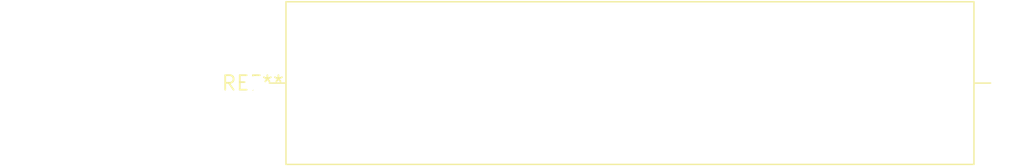
<source format=kicad_pcb>
(kicad_pcb (version 20240108) (generator pcbnew)
  (layers (0 "F.Cu" signal) (31 "B.Cu" signal) (34 "B.Paste" user) (35 "F.Paste" user) (36 "B.SilkS" user "B.Silkscreen") (37 "F.SilkS" user "F.Silkscreen") (38 "B.Mask" user) (39 "F.Mask" user) (44 "Edge.Cuts" user))
  (net 0 "")
  (footprint "R_Axial_Power_L60.0mm_W14.0mm_P66.04mm" (layer "F.Cu") (at 0 0)
    (property "Reference" "REF**")
    (property "Value" "R_Axial_Power_L60.0mm_W14.0mm_P66.04mm")
    (fp_line (start 1.44 0) (end 2.9 0) (layer "F.SilkS") (stroke (width 0.12)))
    (fp_line (start 2.9 -7.12) (end 2.9 7.12) (layer "F.SilkS") (stroke (width 0.12)))
    (fp_line (start 2.9 7.12) (end 63.14 7.12) (layer "F.SilkS") (stroke (width 0.12)))
    (fp_line (start 63.14 -7.12) (end 2.9 -7.12) (layer "F.SilkS") (stroke (width 0.12)))
    (fp_line (start 63.14 7.12) (end 63.14 -7.12) (layer "F.SilkS") (stroke (width 0.12)))
    (fp_line (start 64.6 0) (end 63.14 0) (layer "F.SilkS") (stroke (width 0.12)))
    (pad "1" thru_hole circle (at 0 0) (size 2.4 2.4) (drill 1.2) (layers *.Cu *.Mask) (remove_unused_layers))
    (pad "2" thru_hole oval (at 66.04 0) (size 2.4 2.4) (drill 1.2) (layers *.Cu *.Mask) (remove_unused_layers))
  )
)
</source>
